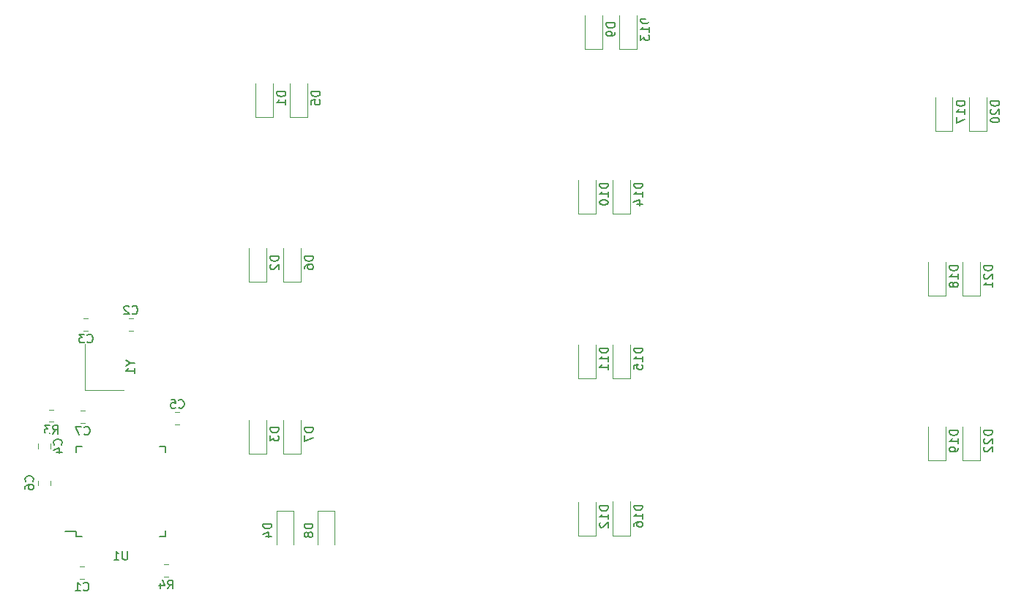
<source format=gbo>
G04 #@! TF.GenerationSoftware,KiCad,Pcbnew,(5.1.4)-1*
G04 #@! TF.CreationDate,2021-10-17T20:34:11-04:00*
G04 #@! TF.ProjectId,a44key-pcb,6134346b-6579-42d7-9063-622e6b696361,rev?*
G04 #@! TF.SameCoordinates,Original*
G04 #@! TF.FileFunction,Legend,Bot*
G04 #@! TF.FilePolarity,Positive*
%FSLAX46Y46*%
G04 Gerber Fmt 4.6, Leading zero omitted, Abs format (unit mm)*
G04 Created by KiCad (PCBNEW (5.1.4)-1) date 2021-10-17 20:34:11*
%MOMM*%
%LPD*%
G04 APERTURE LIST*
%ADD10C,0.120000*%
%ADD11C,0.150000*%
%ADD12C,0.100000*%
%ADD13C,1.077000*%
%ADD14C,1.852000*%
%ADD15C,2.352000*%
%ADD16C,4.089800*%
%ADD17C,2.352000*%
%ADD18R,1.302000X1.002000*%
%ADD19R,1.902000X2.202000*%
%ADD20R,0.652000X1.602000*%
%ADD21R,1.602000X0.652000*%
%ADD22O,1.902000X2.902000*%
%ADD23O,2.802000X1.802000*%
G04 APERTURE END LIST*
D10*
X86872578Y-103453000D02*
X86355422Y-103453000D01*
X86872578Y-102033000D02*
X86355422Y-102033000D01*
X90467922Y-130481000D02*
X90985078Y-130481000D01*
X90467922Y-131901000D02*
X90985078Y-131901000D01*
X103457500Y-124273750D02*
X103457500Y-128173750D01*
X105457500Y-124273750D02*
X105457500Y-128173750D01*
X103457500Y-124273750D02*
X105457500Y-124273750D01*
X106251250Y-117661250D02*
X106251250Y-113761250D01*
X104251250Y-117661250D02*
X104251250Y-113761250D01*
X106251250Y-117661250D02*
X104251250Y-117661250D01*
X102282500Y-117661250D02*
X102282500Y-113761250D01*
X100282500Y-117661250D02*
X100282500Y-113761250D01*
X102282500Y-117661250D02*
X100282500Y-117661250D01*
X108220000Y-124273750D02*
X108220000Y-128173750D01*
X110220000Y-124273750D02*
X110220000Y-128173750D01*
X108220000Y-124273750D02*
X110220000Y-124273750D01*
X140382500Y-127186250D02*
X140382500Y-123286250D01*
X138382500Y-127186250D02*
X138382500Y-123286250D01*
X140382500Y-127186250D02*
X138382500Y-127186250D01*
X180863750Y-118455000D02*
X180863750Y-114555000D01*
X178863750Y-118455000D02*
X178863750Y-114555000D01*
X180863750Y-118455000D02*
X178863750Y-118455000D01*
X184832500Y-118455000D02*
X184832500Y-114555000D01*
X182832500Y-118455000D02*
X182832500Y-114555000D01*
X184832500Y-118455000D02*
X182832500Y-118455000D01*
X144351250Y-127123750D02*
X144351250Y-123223750D01*
X142351250Y-127123750D02*
X142351250Y-123223750D01*
X144351250Y-127123750D02*
X142351250Y-127123750D01*
X80718922Y-130735000D02*
X81236078Y-130735000D01*
X80718922Y-132155000D02*
X81236078Y-132155000D01*
X75871000Y-117050078D02*
X75871000Y-116532922D01*
X77291000Y-117050078D02*
X77291000Y-116532922D01*
X92255078Y-114311500D02*
X91737922Y-114311500D01*
X92255078Y-112891500D02*
X91737922Y-112891500D01*
X80815922Y-112701000D02*
X81333078Y-112701000D01*
X80815922Y-114121000D02*
X81333078Y-114121000D01*
X81309000Y-110343000D02*
X81309000Y-104943000D01*
X85809000Y-110343000D02*
X81309000Y-110343000D01*
D11*
X80296000Y-126647000D02*
X79021000Y-126647000D01*
X90646000Y-127222000D02*
X89971000Y-127222000D01*
X90646000Y-116872000D02*
X89971000Y-116872000D01*
X80296000Y-116872000D02*
X80971000Y-116872000D01*
X80296000Y-127222000D02*
X80971000Y-127222000D01*
X80296000Y-116872000D02*
X80296000Y-117547000D01*
X90646000Y-116872000D02*
X90646000Y-117547000D01*
X90646000Y-127222000D02*
X90646000Y-126547000D01*
X80296000Y-127222000D02*
X80296000Y-126647000D01*
D10*
X77162922Y-112574000D02*
X77680078Y-112574000D01*
X77162922Y-113994000D02*
X77680078Y-113994000D01*
X77291000Y-120772422D02*
X77291000Y-121289578D01*
X75871000Y-120772422D02*
X75871000Y-121289578D01*
X81163422Y-102033000D02*
X81680578Y-102033000D01*
X81163422Y-103453000D02*
X81680578Y-103453000D01*
X184832500Y-99405000D02*
X184832500Y-95505000D01*
X182832500Y-99405000D02*
X182832500Y-95505000D01*
X184832500Y-99405000D02*
X182832500Y-99405000D01*
X185626250Y-80355000D02*
X185626250Y-76455000D01*
X183626250Y-80355000D02*
X183626250Y-76455000D01*
X185626250Y-80355000D02*
X183626250Y-80355000D01*
X180863750Y-99405000D02*
X180863750Y-95505000D01*
X178863750Y-99405000D02*
X178863750Y-95505000D01*
X180863750Y-99405000D02*
X178863750Y-99405000D01*
X181657500Y-80355000D02*
X181657500Y-76455000D01*
X179657500Y-80355000D02*
X179657500Y-76455000D01*
X181657500Y-80355000D02*
X179657500Y-80355000D01*
X144351250Y-108930000D02*
X144351250Y-105030000D01*
X142351250Y-108930000D02*
X142351250Y-105030000D01*
X144351250Y-108930000D02*
X142351250Y-108930000D01*
X144351250Y-89880000D02*
X144351250Y-85980000D01*
X142351250Y-89880000D02*
X142351250Y-85980000D01*
X144351250Y-89880000D02*
X142351250Y-89880000D01*
X145145000Y-70830000D02*
X145145000Y-66930000D01*
X143145000Y-70830000D02*
X143145000Y-66930000D01*
X145145000Y-70830000D02*
X143145000Y-70830000D01*
X140382500Y-108930000D02*
X140382500Y-105030000D01*
X138382500Y-108930000D02*
X138382500Y-105030000D01*
X140382500Y-108930000D02*
X138382500Y-108930000D01*
X140382500Y-89880000D02*
X140382500Y-85980000D01*
X138382500Y-89880000D02*
X138382500Y-85980000D01*
X140382500Y-89880000D02*
X138382500Y-89880000D01*
X141176250Y-70830000D02*
X141176250Y-66930000D01*
X139176250Y-70830000D02*
X139176250Y-66930000D01*
X141176250Y-70830000D02*
X139176250Y-70830000D01*
X106251250Y-97817500D02*
X106251250Y-93917500D01*
X104251250Y-97817500D02*
X104251250Y-93917500D01*
X106251250Y-97817500D02*
X104251250Y-97817500D01*
X107045000Y-78767500D02*
X107045000Y-74867500D01*
X105045000Y-78767500D02*
X105045000Y-74867500D01*
X107045000Y-78767500D02*
X105045000Y-78767500D01*
X102282500Y-97817500D02*
X102282500Y-93917500D01*
X100282500Y-97817500D02*
X100282500Y-93917500D01*
X102282500Y-97817500D02*
X100282500Y-97817500D01*
X103076250Y-78767500D02*
X103076250Y-74867500D01*
X101076250Y-78767500D02*
X101076250Y-74867500D01*
X103076250Y-78767500D02*
X101076250Y-78767500D01*
D11*
X86780666Y-101450142D02*
X86828285Y-101497761D01*
X86971142Y-101545380D01*
X87066380Y-101545380D01*
X87209238Y-101497761D01*
X87304476Y-101402523D01*
X87352095Y-101307285D01*
X87399714Y-101116809D01*
X87399714Y-100973952D01*
X87352095Y-100783476D01*
X87304476Y-100688238D01*
X87209238Y-100593000D01*
X87066380Y-100545380D01*
X86971142Y-100545380D01*
X86828285Y-100593000D01*
X86780666Y-100640619D01*
X86399714Y-100640619D02*
X86352095Y-100593000D01*
X86256857Y-100545380D01*
X86018761Y-100545380D01*
X85923523Y-100593000D01*
X85875904Y-100640619D01*
X85828285Y-100735857D01*
X85828285Y-100831095D01*
X85875904Y-100973952D01*
X86447333Y-101545380D01*
X85828285Y-101545380D01*
X90893166Y-133293380D02*
X91226500Y-132817190D01*
X91464595Y-133293380D02*
X91464595Y-132293380D01*
X91083642Y-132293380D01*
X90988404Y-132341000D01*
X90940785Y-132388619D01*
X90893166Y-132483857D01*
X90893166Y-132626714D01*
X90940785Y-132721952D01*
X90988404Y-132769571D01*
X91083642Y-132817190D01*
X91464595Y-132817190D01*
X90036023Y-132626714D02*
X90036023Y-133293380D01*
X90274119Y-132245761D02*
X90512214Y-132960047D01*
X89893166Y-132960047D01*
X102909880Y-125785654D02*
X101909880Y-125785654D01*
X101909880Y-126023750D01*
X101957500Y-126166607D01*
X102052738Y-126261845D01*
X102147976Y-126309464D01*
X102338452Y-126357083D01*
X102481309Y-126357083D01*
X102671785Y-126309464D01*
X102767023Y-126261845D01*
X102862261Y-126166607D01*
X102909880Y-126023750D01*
X102909880Y-125785654D01*
X102243214Y-127214226D02*
X102909880Y-127214226D01*
X101862261Y-126976130D02*
X102576547Y-126738035D01*
X102576547Y-127357083D01*
X107703630Y-114673154D02*
X106703630Y-114673154D01*
X106703630Y-114911250D01*
X106751250Y-115054107D01*
X106846488Y-115149345D01*
X106941726Y-115196964D01*
X107132202Y-115244583D01*
X107275059Y-115244583D01*
X107465535Y-115196964D01*
X107560773Y-115149345D01*
X107656011Y-115054107D01*
X107703630Y-114911250D01*
X107703630Y-114673154D01*
X106703630Y-115577916D02*
X106703630Y-116244583D01*
X107703630Y-115816011D01*
X103734880Y-114673154D02*
X102734880Y-114673154D01*
X102734880Y-114911250D01*
X102782500Y-115054107D01*
X102877738Y-115149345D01*
X102972976Y-115196964D01*
X103163452Y-115244583D01*
X103306309Y-115244583D01*
X103496785Y-115196964D01*
X103592023Y-115149345D01*
X103687261Y-115054107D01*
X103734880Y-114911250D01*
X103734880Y-114673154D01*
X102734880Y-115577916D02*
X102734880Y-116196964D01*
X103115833Y-115863630D01*
X103115833Y-116006488D01*
X103163452Y-116101726D01*
X103211071Y-116149345D01*
X103306309Y-116196964D01*
X103544404Y-116196964D01*
X103639642Y-116149345D01*
X103687261Y-116101726D01*
X103734880Y-116006488D01*
X103734880Y-115720773D01*
X103687261Y-115625535D01*
X103639642Y-115577916D01*
X107672380Y-125785654D02*
X106672380Y-125785654D01*
X106672380Y-126023750D01*
X106720000Y-126166607D01*
X106815238Y-126261845D01*
X106910476Y-126309464D01*
X107100952Y-126357083D01*
X107243809Y-126357083D01*
X107434285Y-126309464D01*
X107529523Y-126261845D01*
X107624761Y-126166607D01*
X107672380Y-126023750D01*
X107672380Y-125785654D01*
X107100952Y-126928511D02*
X107053333Y-126833273D01*
X107005714Y-126785654D01*
X106910476Y-126738035D01*
X106862857Y-126738035D01*
X106767619Y-126785654D01*
X106720000Y-126833273D01*
X106672380Y-126928511D01*
X106672380Y-127118988D01*
X106720000Y-127214226D01*
X106767619Y-127261845D01*
X106862857Y-127309464D01*
X106910476Y-127309464D01*
X107005714Y-127261845D01*
X107053333Y-127214226D01*
X107100952Y-127118988D01*
X107100952Y-126928511D01*
X107148571Y-126833273D01*
X107196190Y-126785654D01*
X107291428Y-126738035D01*
X107481904Y-126738035D01*
X107577142Y-126785654D01*
X107624761Y-126833273D01*
X107672380Y-126928511D01*
X107672380Y-127118988D01*
X107624761Y-127214226D01*
X107577142Y-127261845D01*
X107481904Y-127309464D01*
X107291428Y-127309464D01*
X107196190Y-127261845D01*
X107148571Y-127214226D01*
X107100952Y-127118988D01*
X141834880Y-123721964D02*
X140834880Y-123721964D01*
X140834880Y-123960059D01*
X140882500Y-124102916D01*
X140977738Y-124198154D01*
X141072976Y-124245773D01*
X141263452Y-124293392D01*
X141406309Y-124293392D01*
X141596785Y-124245773D01*
X141692023Y-124198154D01*
X141787261Y-124102916D01*
X141834880Y-123960059D01*
X141834880Y-123721964D01*
X141834880Y-125245773D02*
X141834880Y-124674345D01*
X141834880Y-124960059D02*
X140834880Y-124960059D01*
X140977738Y-124864821D01*
X141072976Y-124769583D01*
X141120595Y-124674345D01*
X140930119Y-125626726D02*
X140882500Y-125674345D01*
X140834880Y-125769583D01*
X140834880Y-126007678D01*
X140882500Y-126102916D01*
X140930119Y-126150535D01*
X141025357Y-126198154D01*
X141120595Y-126198154D01*
X141263452Y-126150535D01*
X141834880Y-125579107D01*
X141834880Y-126198154D01*
X182316130Y-114990714D02*
X181316130Y-114990714D01*
X181316130Y-115228809D01*
X181363750Y-115371666D01*
X181458988Y-115466904D01*
X181554226Y-115514523D01*
X181744702Y-115562142D01*
X181887559Y-115562142D01*
X182078035Y-115514523D01*
X182173273Y-115466904D01*
X182268511Y-115371666D01*
X182316130Y-115228809D01*
X182316130Y-114990714D01*
X182316130Y-116514523D02*
X182316130Y-115943095D01*
X182316130Y-116228809D02*
X181316130Y-116228809D01*
X181458988Y-116133571D01*
X181554226Y-116038333D01*
X181601845Y-115943095D01*
X182316130Y-116990714D02*
X182316130Y-117181190D01*
X182268511Y-117276428D01*
X182220892Y-117324047D01*
X182078035Y-117419285D01*
X181887559Y-117466904D01*
X181506607Y-117466904D01*
X181411369Y-117419285D01*
X181363750Y-117371666D01*
X181316130Y-117276428D01*
X181316130Y-117085952D01*
X181363750Y-116990714D01*
X181411369Y-116943095D01*
X181506607Y-116895476D01*
X181744702Y-116895476D01*
X181839940Y-116943095D01*
X181887559Y-116990714D01*
X181935178Y-117085952D01*
X181935178Y-117276428D01*
X181887559Y-117371666D01*
X181839940Y-117419285D01*
X181744702Y-117466904D01*
X186284880Y-114990714D02*
X185284880Y-114990714D01*
X185284880Y-115228809D01*
X185332500Y-115371666D01*
X185427738Y-115466904D01*
X185522976Y-115514523D01*
X185713452Y-115562142D01*
X185856309Y-115562142D01*
X186046785Y-115514523D01*
X186142023Y-115466904D01*
X186237261Y-115371666D01*
X186284880Y-115228809D01*
X186284880Y-114990714D01*
X185380119Y-115943095D02*
X185332500Y-115990714D01*
X185284880Y-116085952D01*
X185284880Y-116324047D01*
X185332500Y-116419285D01*
X185380119Y-116466904D01*
X185475357Y-116514523D01*
X185570595Y-116514523D01*
X185713452Y-116466904D01*
X186284880Y-115895476D01*
X186284880Y-116514523D01*
X185380119Y-116895476D02*
X185332500Y-116943095D01*
X185284880Y-117038333D01*
X185284880Y-117276428D01*
X185332500Y-117371666D01*
X185380119Y-117419285D01*
X185475357Y-117466904D01*
X185570595Y-117466904D01*
X185713452Y-117419285D01*
X186284880Y-116847857D01*
X186284880Y-117466904D01*
X145803630Y-123659464D02*
X144803630Y-123659464D01*
X144803630Y-123897559D01*
X144851250Y-124040416D01*
X144946488Y-124135654D01*
X145041726Y-124183273D01*
X145232202Y-124230892D01*
X145375059Y-124230892D01*
X145565535Y-124183273D01*
X145660773Y-124135654D01*
X145756011Y-124040416D01*
X145803630Y-123897559D01*
X145803630Y-123659464D01*
X145803630Y-125183273D02*
X145803630Y-124611845D01*
X145803630Y-124897559D02*
X144803630Y-124897559D01*
X144946488Y-124802321D01*
X145041726Y-124707083D01*
X145089345Y-124611845D01*
X144803630Y-126040416D02*
X144803630Y-125849940D01*
X144851250Y-125754702D01*
X144898869Y-125707083D01*
X145041726Y-125611845D01*
X145232202Y-125564226D01*
X145613154Y-125564226D01*
X145708392Y-125611845D01*
X145756011Y-125659464D01*
X145803630Y-125754702D01*
X145803630Y-125945178D01*
X145756011Y-126040416D01*
X145708392Y-126088035D01*
X145613154Y-126135654D01*
X145375059Y-126135654D01*
X145279821Y-126088035D01*
X145232202Y-126040416D01*
X145184583Y-125945178D01*
X145184583Y-125754702D01*
X145232202Y-125659464D01*
X145279821Y-125611845D01*
X145375059Y-125564226D01*
X81144166Y-133452142D02*
X81191785Y-133499761D01*
X81334642Y-133547380D01*
X81429880Y-133547380D01*
X81572738Y-133499761D01*
X81667976Y-133404523D01*
X81715595Y-133309285D01*
X81763214Y-133118809D01*
X81763214Y-132975952D01*
X81715595Y-132785476D01*
X81667976Y-132690238D01*
X81572738Y-132595000D01*
X81429880Y-132547380D01*
X81334642Y-132547380D01*
X81191785Y-132595000D01*
X81144166Y-132642619D01*
X80191785Y-133547380D02*
X80763214Y-133547380D01*
X80477500Y-133547380D02*
X80477500Y-132547380D01*
X80572738Y-132690238D01*
X80667976Y-132785476D01*
X80763214Y-132833095D01*
X78588142Y-116624833D02*
X78635761Y-116577214D01*
X78683380Y-116434357D01*
X78683380Y-116339119D01*
X78635761Y-116196261D01*
X78540523Y-116101023D01*
X78445285Y-116053404D01*
X78254809Y-116005785D01*
X78111952Y-116005785D01*
X77921476Y-116053404D01*
X77826238Y-116101023D01*
X77731000Y-116196261D01*
X77683380Y-116339119D01*
X77683380Y-116434357D01*
X77731000Y-116577214D01*
X77778619Y-116624833D01*
X78016714Y-117481976D02*
X78683380Y-117481976D01*
X77635761Y-117243880D02*
X78350047Y-117005785D01*
X78350047Y-117624833D01*
X92163166Y-112308642D02*
X92210785Y-112356261D01*
X92353642Y-112403880D01*
X92448880Y-112403880D01*
X92591738Y-112356261D01*
X92686976Y-112261023D01*
X92734595Y-112165785D01*
X92782214Y-111975309D01*
X92782214Y-111832452D01*
X92734595Y-111641976D01*
X92686976Y-111546738D01*
X92591738Y-111451500D01*
X92448880Y-111403880D01*
X92353642Y-111403880D01*
X92210785Y-111451500D01*
X92163166Y-111499119D01*
X91258404Y-111403880D02*
X91734595Y-111403880D01*
X91782214Y-111880071D01*
X91734595Y-111832452D01*
X91639357Y-111784833D01*
X91401261Y-111784833D01*
X91306023Y-111832452D01*
X91258404Y-111880071D01*
X91210785Y-111975309D01*
X91210785Y-112213404D01*
X91258404Y-112308642D01*
X91306023Y-112356261D01*
X91401261Y-112403880D01*
X91639357Y-112403880D01*
X91734595Y-112356261D01*
X91782214Y-112308642D01*
X81241166Y-115418142D02*
X81288785Y-115465761D01*
X81431642Y-115513380D01*
X81526880Y-115513380D01*
X81669738Y-115465761D01*
X81764976Y-115370523D01*
X81812595Y-115275285D01*
X81860214Y-115084809D01*
X81860214Y-114941952D01*
X81812595Y-114751476D01*
X81764976Y-114656238D01*
X81669738Y-114561000D01*
X81526880Y-114513380D01*
X81431642Y-114513380D01*
X81288785Y-114561000D01*
X81241166Y-114608619D01*
X80907833Y-114513380D02*
X80241166Y-114513380D01*
X80669738Y-115513380D01*
X86585190Y-107166809D02*
X87061380Y-107166809D01*
X86061380Y-106833476D02*
X86585190Y-107166809D01*
X86061380Y-107500142D01*
X87061380Y-108357285D02*
X87061380Y-107785857D01*
X87061380Y-108071571D02*
X86061380Y-108071571D01*
X86204238Y-107976333D01*
X86299476Y-107881095D01*
X86347095Y-107785857D01*
X86232904Y-128949380D02*
X86232904Y-129758904D01*
X86185285Y-129854142D01*
X86137666Y-129901761D01*
X86042428Y-129949380D01*
X85851952Y-129949380D01*
X85756714Y-129901761D01*
X85709095Y-129854142D01*
X85661476Y-129758904D01*
X85661476Y-128949380D01*
X84661476Y-129949380D02*
X85232904Y-129949380D01*
X84947190Y-129949380D02*
X84947190Y-128949380D01*
X85042428Y-129092238D01*
X85137666Y-129187476D01*
X85232904Y-129235095D01*
X77588166Y-115386380D02*
X77921500Y-114910190D01*
X78159595Y-115386380D02*
X78159595Y-114386380D01*
X77778642Y-114386380D01*
X77683404Y-114434000D01*
X77635785Y-114481619D01*
X77588166Y-114576857D01*
X77588166Y-114719714D01*
X77635785Y-114814952D01*
X77683404Y-114862571D01*
X77778642Y-114910190D01*
X78159595Y-114910190D01*
X77254833Y-114386380D02*
X76635785Y-114386380D01*
X76969119Y-114767333D01*
X76826261Y-114767333D01*
X76731023Y-114814952D01*
X76683404Y-114862571D01*
X76635785Y-114957809D01*
X76635785Y-115195904D01*
X76683404Y-115291142D01*
X76731023Y-115338761D01*
X76826261Y-115386380D01*
X77111976Y-115386380D01*
X77207214Y-115338761D01*
X77254833Y-115291142D01*
X75288142Y-120864333D02*
X75335761Y-120816714D01*
X75383380Y-120673857D01*
X75383380Y-120578619D01*
X75335761Y-120435761D01*
X75240523Y-120340523D01*
X75145285Y-120292904D01*
X74954809Y-120245285D01*
X74811952Y-120245285D01*
X74621476Y-120292904D01*
X74526238Y-120340523D01*
X74431000Y-120435761D01*
X74383380Y-120578619D01*
X74383380Y-120673857D01*
X74431000Y-120816714D01*
X74478619Y-120864333D01*
X74383380Y-121721476D02*
X74383380Y-121531000D01*
X74431000Y-121435761D01*
X74478619Y-121388142D01*
X74621476Y-121292904D01*
X74811952Y-121245285D01*
X75192904Y-121245285D01*
X75288142Y-121292904D01*
X75335761Y-121340523D01*
X75383380Y-121435761D01*
X75383380Y-121626238D01*
X75335761Y-121721476D01*
X75288142Y-121769095D01*
X75192904Y-121816714D01*
X74954809Y-121816714D01*
X74859571Y-121769095D01*
X74811952Y-121721476D01*
X74764333Y-121626238D01*
X74764333Y-121435761D01*
X74811952Y-121340523D01*
X74859571Y-121292904D01*
X74954809Y-121245285D01*
X81588666Y-104750142D02*
X81636285Y-104797761D01*
X81779142Y-104845380D01*
X81874380Y-104845380D01*
X82017238Y-104797761D01*
X82112476Y-104702523D01*
X82160095Y-104607285D01*
X82207714Y-104416809D01*
X82207714Y-104273952D01*
X82160095Y-104083476D01*
X82112476Y-103988238D01*
X82017238Y-103893000D01*
X81874380Y-103845380D01*
X81779142Y-103845380D01*
X81636285Y-103893000D01*
X81588666Y-103940619D01*
X81255333Y-103845380D02*
X80636285Y-103845380D01*
X80969619Y-104226333D01*
X80826761Y-104226333D01*
X80731523Y-104273952D01*
X80683904Y-104321571D01*
X80636285Y-104416809D01*
X80636285Y-104654904D01*
X80683904Y-104750142D01*
X80731523Y-104797761D01*
X80826761Y-104845380D01*
X81112476Y-104845380D01*
X81207714Y-104797761D01*
X81255333Y-104750142D01*
X186284880Y-95940714D02*
X185284880Y-95940714D01*
X185284880Y-96178809D01*
X185332500Y-96321666D01*
X185427738Y-96416904D01*
X185522976Y-96464523D01*
X185713452Y-96512142D01*
X185856309Y-96512142D01*
X186046785Y-96464523D01*
X186142023Y-96416904D01*
X186237261Y-96321666D01*
X186284880Y-96178809D01*
X186284880Y-95940714D01*
X185380119Y-96893095D02*
X185332500Y-96940714D01*
X185284880Y-97035952D01*
X185284880Y-97274047D01*
X185332500Y-97369285D01*
X185380119Y-97416904D01*
X185475357Y-97464523D01*
X185570595Y-97464523D01*
X185713452Y-97416904D01*
X186284880Y-96845476D01*
X186284880Y-97464523D01*
X186284880Y-98416904D02*
X186284880Y-97845476D01*
X186284880Y-98131190D02*
X185284880Y-98131190D01*
X185427738Y-98035952D01*
X185522976Y-97940714D01*
X185570595Y-97845476D01*
X187078630Y-76890714D02*
X186078630Y-76890714D01*
X186078630Y-77128809D01*
X186126250Y-77271666D01*
X186221488Y-77366904D01*
X186316726Y-77414523D01*
X186507202Y-77462142D01*
X186650059Y-77462142D01*
X186840535Y-77414523D01*
X186935773Y-77366904D01*
X187031011Y-77271666D01*
X187078630Y-77128809D01*
X187078630Y-76890714D01*
X186173869Y-77843095D02*
X186126250Y-77890714D01*
X186078630Y-77985952D01*
X186078630Y-78224047D01*
X186126250Y-78319285D01*
X186173869Y-78366904D01*
X186269107Y-78414523D01*
X186364345Y-78414523D01*
X186507202Y-78366904D01*
X187078630Y-77795476D01*
X187078630Y-78414523D01*
X186078630Y-79033571D02*
X186078630Y-79128809D01*
X186126250Y-79224047D01*
X186173869Y-79271666D01*
X186269107Y-79319285D01*
X186459583Y-79366904D01*
X186697678Y-79366904D01*
X186888154Y-79319285D01*
X186983392Y-79271666D01*
X187031011Y-79224047D01*
X187078630Y-79128809D01*
X187078630Y-79033571D01*
X187031011Y-78938333D01*
X186983392Y-78890714D01*
X186888154Y-78843095D01*
X186697678Y-78795476D01*
X186459583Y-78795476D01*
X186269107Y-78843095D01*
X186173869Y-78890714D01*
X186126250Y-78938333D01*
X186078630Y-79033571D01*
X182316130Y-95940714D02*
X181316130Y-95940714D01*
X181316130Y-96178809D01*
X181363750Y-96321666D01*
X181458988Y-96416904D01*
X181554226Y-96464523D01*
X181744702Y-96512142D01*
X181887559Y-96512142D01*
X182078035Y-96464523D01*
X182173273Y-96416904D01*
X182268511Y-96321666D01*
X182316130Y-96178809D01*
X182316130Y-95940714D01*
X182316130Y-97464523D02*
X182316130Y-96893095D01*
X182316130Y-97178809D02*
X181316130Y-97178809D01*
X181458988Y-97083571D01*
X181554226Y-96988333D01*
X181601845Y-96893095D01*
X181744702Y-98035952D02*
X181697083Y-97940714D01*
X181649464Y-97893095D01*
X181554226Y-97845476D01*
X181506607Y-97845476D01*
X181411369Y-97893095D01*
X181363750Y-97940714D01*
X181316130Y-98035952D01*
X181316130Y-98226428D01*
X181363750Y-98321666D01*
X181411369Y-98369285D01*
X181506607Y-98416904D01*
X181554226Y-98416904D01*
X181649464Y-98369285D01*
X181697083Y-98321666D01*
X181744702Y-98226428D01*
X181744702Y-98035952D01*
X181792321Y-97940714D01*
X181839940Y-97893095D01*
X181935178Y-97845476D01*
X182125654Y-97845476D01*
X182220892Y-97893095D01*
X182268511Y-97940714D01*
X182316130Y-98035952D01*
X182316130Y-98226428D01*
X182268511Y-98321666D01*
X182220892Y-98369285D01*
X182125654Y-98416904D01*
X181935178Y-98416904D01*
X181839940Y-98369285D01*
X181792321Y-98321666D01*
X181744702Y-98226428D01*
X183109880Y-76890714D02*
X182109880Y-76890714D01*
X182109880Y-77128809D01*
X182157500Y-77271666D01*
X182252738Y-77366904D01*
X182347976Y-77414523D01*
X182538452Y-77462142D01*
X182681309Y-77462142D01*
X182871785Y-77414523D01*
X182967023Y-77366904D01*
X183062261Y-77271666D01*
X183109880Y-77128809D01*
X183109880Y-76890714D01*
X183109880Y-78414523D02*
X183109880Y-77843095D01*
X183109880Y-78128809D02*
X182109880Y-78128809D01*
X182252738Y-78033571D01*
X182347976Y-77938333D01*
X182395595Y-77843095D01*
X182109880Y-78747857D02*
X182109880Y-79414523D01*
X183109880Y-78985952D01*
X145803630Y-105465714D02*
X144803630Y-105465714D01*
X144803630Y-105703809D01*
X144851250Y-105846666D01*
X144946488Y-105941904D01*
X145041726Y-105989523D01*
X145232202Y-106037142D01*
X145375059Y-106037142D01*
X145565535Y-105989523D01*
X145660773Y-105941904D01*
X145756011Y-105846666D01*
X145803630Y-105703809D01*
X145803630Y-105465714D01*
X145803630Y-106989523D02*
X145803630Y-106418095D01*
X145803630Y-106703809D02*
X144803630Y-106703809D01*
X144946488Y-106608571D01*
X145041726Y-106513333D01*
X145089345Y-106418095D01*
X144803630Y-107894285D02*
X144803630Y-107418095D01*
X145279821Y-107370476D01*
X145232202Y-107418095D01*
X145184583Y-107513333D01*
X145184583Y-107751428D01*
X145232202Y-107846666D01*
X145279821Y-107894285D01*
X145375059Y-107941904D01*
X145613154Y-107941904D01*
X145708392Y-107894285D01*
X145756011Y-107846666D01*
X145803630Y-107751428D01*
X145803630Y-107513333D01*
X145756011Y-107418095D01*
X145708392Y-107370476D01*
X145803630Y-86415714D02*
X144803630Y-86415714D01*
X144803630Y-86653809D01*
X144851250Y-86796666D01*
X144946488Y-86891904D01*
X145041726Y-86939523D01*
X145232202Y-86987142D01*
X145375059Y-86987142D01*
X145565535Y-86939523D01*
X145660773Y-86891904D01*
X145756011Y-86796666D01*
X145803630Y-86653809D01*
X145803630Y-86415714D01*
X145803630Y-87939523D02*
X145803630Y-87368095D01*
X145803630Y-87653809D02*
X144803630Y-87653809D01*
X144946488Y-87558571D01*
X145041726Y-87463333D01*
X145089345Y-87368095D01*
X145136964Y-88796666D02*
X145803630Y-88796666D01*
X144756011Y-88558571D02*
X145470297Y-88320476D01*
X145470297Y-88939523D01*
X146597380Y-67365714D02*
X145597380Y-67365714D01*
X145597380Y-67603809D01*
X145645000Y-67746666D01*
X145740238Y-67841904D01*
X145835476Y-67889523D01*
X146025952Y-67937142D01*
X146168809Y-67937142D01*
X146359285Y-67889523D01*
X146454523Y-67841904D01*
X146549761Y-67746666D01*
X146597380Y-67603809D01*
X146597380Y-67365714D01*
X146597380Y-68889523D02*
X146597380Y-68318095D01*
X146597380Y-68603809D02*
X145597380Y-68603809D01*
X145740238Y-68508571D01*
X145835476Y-68413333D01*
X145883095Y-68318095D01*
X145597380Y-69222857D02*
X145597380Y-69841904D01*
X145978333Y-69508571D01*
X145978333Y-69651428D01*
X146025952Y-69746666D01*
X146073571Y-69794285D01*
X146168809Y-69841904D01*
X146406904Y-69841904D01*
X146502142Y-69794285D01*
X146549761Y-69746666D01*
X146597380Y-69651428D01*
X146597380Y-69365714D01*
X146549761Y-69270476D01*
X146502142Y-69222857D01*
X141834880Y-105465714D02*
X140834880Y-105465714D01*
X140834880Y-105703809D01*
X140882500Y-105846666D01*
X140977738Y-105941904D01*
X141072976Y-105989523D01*
X141263452Y-106037142D01*
X141406309Y-106037142D01*
X141596785Y-105989523D01*
X141692023Y-105941904D01*
X141787261Y-105846666D01*
X141834880Y-105703809D01*
X141834880Y-105465714D01*
X141834880Y-106989523D02*
X141834880Y-106418095D01*
X141834880Y-106703809D02*
X140834880Y-106703809D01*
X140977738Y-106608571D01*
X141072976Y-106513333D01*
X141120595Y-106418095D01*
X141834880Y-107941904D02*
X141834880Y-107370476D01*
X141834880Y-107656190D02*
X140834880Y-107656190D01*
X140977738Y-107560952D01*
X141072976Y-107465714D01*
X141120595Y-107370476D01*
X141834880Y-86415714D02*
X140834880Y-86415714D01*
X140834880Y-86653809D01*
X140882500Y-86796666D01*
X140977738Y-86891904D01*
X141072976Y-86939523D01*
X141263452Y-86987142D01*
X141406309Y-86987142D01*
X141596785Y-86939523D01*
X141692023Y-86891904D01*
X141787261Y-86796666D01*
X141834880Y-86653809D01*
X141834880Y-86415714D01*
X141834880Y-87939523D02*
X141834880Y-87368095D01*
X141834880Y-87653809D02*
X140834880Y-87653809D01*
X140977738Y-87558571D01*
X141072976Y-87463333D01*
X141120595Y-87368095D01*
X140834880Y-88558571D02*
X140834880Y-88653809D01*
X140882500Y-88749047D01*
X140930119Y-88796666D01*
X141025357Y-88844285D01*
X141215833Y-88891904D01*
X141453928Y-88891904D01*
X141644404Y-88844285D01*
X141739642Y-88796666D01*
X141787261Y-88749047D01*
X141834880Y-88653809D01*
X141834880Y-88558571D01*
X141787261Y-88463333D01*
X141739642Y-88415714D01*
X141644404Y-88368095D01*
X141453928Y-88320476D01*
X141215833Y-88320476D01*
X141025357Y-88368095D01*
X140930119Y-88415714D01*
X140882500Y-88463333D01*
X140834880Y-88558571D01*
X142628630Y-67841904D02*
X141628630Y-67841904D01*
X141628630Y-68080000D01*
X141676250Y-68222857D01*
X141771488Y-68318095D01*
X141866726Y-68365714D01*
X142057202Y-68413333D01*
X142200059Y-68413333D01*
X142390535Y-68365714D01*
X142485773Y-68318095D01*
X142581011Y-68222857D01*
X142628630Y-68080000D01*
X142628630Y-67841904D01*
X142628630Y-68889523D02*
X142628630Y-69080000D01*
X142581011Y-69175238D01*
X142533392Y-69222857D01*
X142390535Y-69318095D01*
X142200059Y-69365714D01*
X141819107Y-69365714D01*
X141723869Y-69318095D01*
X141676250Y-69270476D01*
X141628630Y-69175238D01*
X141628630Y-68984761D01*
X141676250Y-68889523D01*
X141723869Y-68841904D01*
X141819107Y-68794285D01*
X142057202Y-68794285D01*
X142152440Y-68841904D01*
X142200059Y-68889523D01*
X142247678Y-68984761D01*
X142247678Y-69175238D01*
X142200059Y-69270476D01*
X142152440Y-69318095D01*
X142057202Y-69365714D01*
X107703630Y-94829404D02*
X106703630Y-94829404D01*
X106703630Y-95067500D01*
X106751250Y-95210357D01*
X106846488Y-95305595D01*
X106941726Y-95353214D01*
X107132202Y-95400833D01*
X107275059Y-95400833D01*
X107465535Y-95353214D01*
X107560773Y-95305595D01*
X107656011Y-95210357D01*
X107703630Y-95067500D01*
X107703630Y-94829404D01*
X106703630Y-96257976D02*
X106703630Y-96067500D01*
X106751250Y-95972261D01*
X106798869Y-95924642D01*
X106941726Y-95829404D01*
X107132202Y-95781785D01*
X107513154Y-95781785D01*
X107608392Y-95829404D01*
X107656011Y-95877023D01*
X107703630Y-95972261D01*
X107703630Y-96162738D01*
X107656011Y-96257976D01*
X107608392Y-96305595D01*
X107513154Y-96353214D01*
X107275059Y-96353214D01*
X107179821Y-96305595D01*
X107132202Y-96257976D01*
X107084583Y-96162738D01*
X107084583Y-95972261D01*
X107132202Y-95877023D01*
X107179821Y-95829404D01*
X107275059Y-95781785D01*
X108497380Y-75779404D02*
X107497380Y-75779404D01*
X107497380Y-76017500D01*
X107545000Y-76160357D01*
X107640238Y-76255595D01*
X107735476Y-76303214D01*
X107925952Y-76350833D01*
X108068809Y-76350833D01*
X108259285Y-76303214D01*
X108354523Y-76255595D01*
X108449761Y-76160357D01*
X108497380Y-76017500D01*
X108497380Y-75779404D01*
X107497380Y-77255595D02*
X107497380Y-76779404D01*
X107973571Y-76731785D01*
X107925952Y-76779404D01*
X107878333Y-76874642D01*
X107878333Y-77112738D01*
X107925952Y-77207976D01*
X107973571Y-77255595D01*
X108068809Y-77303214D01*
X108306904Y-77303214D01*
X108402142Y-77255595D01*
X108449761Y-77207976D01*
X108497380Y-77112738D01*
X108497380Y-76874642D01*
X108449761Y-76779404D01*
X108402142Y-76731785D01*
X103734880Y-94829404D02*
X102734880Y-94829404D01*
X102734880Y-95067500D01*
X102782500Y-95210357D01*
X102877738Y-95305595D01*
X102972976Y-95353214D01*
X103163452Y-95400833D01*
X103306309Y-95400833D01*
X103496785Y-95353214D01*
X103592023Y-95305595D01*
X103687261Y-95210357D01*
X103734880Y-95067500D01*
X103734880Y-94829404D01*
X102830119Y-95781785D02*
X102782500Y-95829404D01*
X102734880Y-95924642D01*
X102734880Y-96162738D01*
X102782500Y-96257976D01*
X102830119Y-96305595D01*
X102925357Y-96353214D01*
X103020595Y-96353214D01*
X103163452Y-96305595D01*
X103734880Y-95734166D01*
X103734880Y-96353214D01*
X104528630Y-75779404D02*
X103528630Y-75779404D01*
X103528630Y-76017500D01*
X103576250Y-76160357D01*
X103671488Y-76255595D01*
X103766726Y-76303214D01*
X103957202Y-76350833D01*
X104100059Y-76350833D01*
X104290535Y-76303214D01*
X104385773Y-76255595D01*
X104481011Y-76160357D01*
X104528630Y-76017500D01*
X104528630Y-75779404D01*
X104528630Y-77303214D02*
X104528630Y-76731785D01*
X104528630Y-77017500D02*
X103528630Y-77017500D01*
X103671488Y-76922261D01*
X103766726Y-76827023D01*
X103814345Y-76731785D01*
%LPC*%
D12*
G36*
X85972141Y-101993297D02*
G01*
X85998278Y-101997174D01*
X86023909Y-102003594D01*
X86048788Y-102012495D01*
X86072674Y-102023793D01*
X86095337Y-102037377D01*
X86116560Y-102053117D01*
X86136139Y-102070861D01*
X86153883Y-102090440D01*
X86169623Y-102111663D01*
X86183207Y-102134326D01*
X86194505Y-102158212D01*
X86203406Y-102183091D01*
X86209826Y-102208722D01*
X86213703Y-102234859D01*
X86215000Y-102261250D01*
X86215000Y-103224750D01*
X86213703Y-103251141D01*
X86209826Y-103277278D01*
X86203406Y-103302909D01*
X86194505Y-103327788D01*
X86183207Y-103351674D01*
X86169623Y-103374337D01*
X86153883Y-103395560D01*
X86136139Y-103415139D01*
X86116560Y-103432883D01*
X86095337Y-103448623D01*
X86072674Y-103462207D01*
X86048788Y-103473505D01*
X86023909Y-103482406D01*
X85998278Y-103488826D01*
X85972141Y-103492703D01*
X85945750Y-103494000D01*
X85407250Y-103494000D01*
X85380859Y-103492703D01*
X85354722Y-103488826D01*
X85329091Y-103482406D01*
X85304212Y-103473505D01*
X85280326Y-103462207D01*
X85257663Y-103448623D01*
X85236440Y-103432883D01*
X85216861Y-103415139D01*
X85199117Y-103395560D01*
X85183377Y-103374337D01*
X85169793Y-103351674D01*
X85158495Y-103327788D01*
X85149594Y-103302909D01*
X85143174Y-103277278D01*
X85139297Y-103251141D01*
X85138000Y-103224750D01*
X85138000Y-102261250D01*
X85139297Y-102234859D01*
X85143174Y-102208722D01*
X85149594Y-102183091D01*
X85158495Y-102158212D01*
X85169793Y-102134326D01*
X85183377Y-102111663D01*
X85199117Y-102090440D01*
X85216861Y-102070861D01*
X85236440Y-102053117D01*
X85257663Y-102037377D01*
X85280326Y-102023793D01*
X85304212Y-102012495D01*
X85329091Y-102003594D01*
X85354722Y-101997174D01*
X85380859Y-101993297D01*
X85407250Y-101992000D01*
X85945750Y-101992000D01*
X85972141Y-101993297D01*
X85972141Y-101993297D01*
G37*
D13*
X85676500Y-102743000D03*
D12*
G36*
X87847141Y-101993297D02*
G01*
X87873278Y-101997174D01*
X87898909Y-102003594D01*
X87923788Y-102012495D01*
X87947674Y-102023793D01*
X87970337Y-102037377D01*
X87991560Y-102053117D01*
X88011139Y-102070861D01*
X88028883Y-102090440D01*
X88044623Y-102111663D01*
X88058207Y-102134326D01*
X88069505Y-102158212D01*
X88078406Y-102183091D01*
X88084826Y-102208722D01*
X88088703Y-102234859D01*
X88090000Y-102261250D01*
X88090000Y-103224750D01*
X88088703Y-103251141D01*
X88084826Y-103277278D01*
X88078406Y-103302909D01*
X88069505Y-103327788D01*
X88058207Y-103351674D01*
X88044623Y-103374337D01*
X88028883Y-103395560D01*
X88011139Y-103415139D01*
X87991560Y-103432883D01*
X87970337Y-103448623D01*
X87947674Y-103462207D01*
X87923788Y-103473505D01*
X87898909Y-103482406D01*
X87873278Y-103488826D01*
X87847141Y-103492703D01*
X87820750Y-103494000D01*
X87282250Y-103494000D01*
X87255859Y-103492703D01*
X87229722Y-103488826D01*
X87204091Y-103482406D01*
X87179212Y-103473505D01*
X87155326Y-103462207D01*
X87132663Y-103448623D01*
X87111440Y-103432883D01*
X87091861Y-103415139D01*
X87074117Y-103395560D01*
X87058377Y-103374337D01*
X87044793Y-103351674D01*
X87033495Y-103327788D01*
X87024594Y-103302909D01*
X87018174Y-103277278D01*
X87014297Y-103251141D01*
X87013000Y-103224750D01*
X87013000Y-102261250D01*
X87014297Y-102234859D01*
X87018174Y-102208722D01*
X87024594Y-102183091D01*
X87033495Y-102158212D01*
X87044793Y-102134326D01*
X87058377Y-102111663D01*
X87074117Y-102090440D01*
X87091861Y-102070861D01*
X87111440Y-102053117D01*
X87132663Y-102037377D01*
X87155326Y-102023793D01*
X87179212Y-102012495D01*
X87204091Y-102003594D01*
X87229722Y-101997174D01*
X87255859Y-101993297D01*
X87282250Y-101992000D01*
X87820750Y-101992000D01*
X87847141Y-101993297D01*
X87847141Y-101993297D01*
G37*
D13*
X87551500Y-102743000D03*
D12*
G36*
X91959641Y-130441297D02*
G01*
X91985778Y-130445174D01*
X92011409Y-130451594D01*
X92036288Y-130460495D01*
X92060174Y-130471793D01*
X92082837Y-130485377D01*
X92104060Y-130501117D01*
X92123639Y-130518861D01*
X92141383Y-130538440D01*
X92157123Y-130559663D01*
X92170707Y-130582326D01*
X92182005Y-130606212D01*
X92190906Y-130631091D01*
X92197326Y-130656722D01*
X92201203Y-130682859D01*
X92202500Y-130709250D01*
X92202500Y-131672750D01*
X92201203Y-131699141D01*
X92197326Y-131725278D01*
X92190906Y-131750909D01*
X92182005Y-131775788D01*
X92170707Y-131799674D01*
X92157123Y-131822337D01*
X92141383Y-131843560D01*
X92123639Y-131863139D01*
X92104060Y-131880883D01*
X92082837Y-131896623D01*
X92060174Y-131910207D01*
X92036288Y-131921505D01*
X92011409Y-131930406D01*
X91985778Y-131936826D01*
X91959641Y-131940703D01*
X91933250Y-131942000D01*
X91394750Y-131942000D01*
X91368359Y-131940703D01*
X91342222Y-131936826D01*
X91316591Y-131930406D01*
X91291712Y-131921505D01*
X91267826Y-131910207D01*
X91245163Y-131896623D01*
X91223940Y-131880883D01*
X91204361Y-131863139D01*
X91186617Y-131843560D01*
X91170877Y-131822337D01*
X91157293Y-131799674D01*
X91145995Y-131775788D01*
X91137094Y-131750909D01*
X91130674Y-131725278D01*
X91126797Y-131699141D01*
X91125500Y-131672750D01*
X91125500Y-130709250D01*
X91126797Y-130682859D01*
X91130674Y-130656722D01*
X91137094Y-130631091D01*
X91145995Y-130606212D01*
X91157293Y-130582326D01*
X91170877Y-130559663D01*
X91186617Y-130538440D01*
X91204361Y-130518861D01*
X91223940Y-130501117D01*
X91245163Y-130485377D01*
X91267826Y-130471793D01*
X91291712Y-130460495D01*
X91316591Y-130451594D01*
X91342222Y-130445174D01*
X91368359Y-130441297D01*
X91394750Y-130440000D01*
X91933250Y-130440000D01*
X91959641Y-130441297D01*
X91959641Y-130441297D01*
G37*
D13*
X91664000Y-131191000D03*
D12*
G36*
X90084641Y-130441297D02*
G01*
X90110778Y-130445174D01*
X90136409Y-130451594D01*
X90161288Y-130460495D01*
X90185174Y-130471793D01*
X90207837Y-130485377D01*
X90229060Y-130501117D01*
X90248639Y-130518861D01*
X90266383Y-130538440D01*
X90282123Y-130559663D01*
X90295707Y-130582326D01*
X90307005Y-130606212D01*
X90315906Y-130631091D01*
X90322326Y-130656722D01*
X90326203Y-130682859D01*
X90327500Y-130709250D01*
X90327500Y-131672750D01*
X90326203Y-131699141D01*
X90322326Y-131725278D01*
X90315906Y-131750909D01*
X90307005Y-131775788D01*
X90295707Y-131799674D01*
X90282123Y-131822337D01*
X90266383Y-131843560D01*
X90248639Y-131863139D01*
X90229060Y-131880883D01*
X90207837Y-131896623D01*
X90185174Y-131910207D01*
X90161288Y-131921505D01*
X90136409Y-131930406D01*
X90110778Y-131936826D01*
X90084641Y-131940703D01*
X90058250Y-131942000D01*
X89519750Y-131942000D01*
X89493359Y-131940703D01*
X89467222Y-131936826D01*
X89441591Y-131930406D01*
X89416712Y-131921505D01*
X89392826Y-131910207D01*
X89370163Y-131896623D01*
X89348940Y-131880883D01*
X89329361Y-131863139D01*
X89311617Y-131843560D01*
X89295877Y-131822337D01*
X89282293Y-131799674D01*
X89270995Y-131775788D01*
X89262094Y-131750909D01*
X89255674Y-131725278D01*
X89251797Y-131699141D01*
X89250500Y-131672750D01*
X89250500Y-130709250D01*
X89251797Y-130682859D01*
X89255674Y-130656722D01*
X89262094Y-130631091D01*
X89270995Y-130606212D01*
X89282293Y-130582326D01*
X89295877Y-130559663D01*
X89311617Y-130538440D01*
X89329361Y-130518861D01*
X89348940Y-130501117D01*
X89370163Y-130485377D01*
X89392826Y-130471793D01*
X89416712Y-130460495D01*
X89441591Y-130451594D01*
X89467222Y-130445174D01*
X89493359Y-130441297D01*
X89519750Y-130440000D01*
X90058250Y-130440000D01*
X90084641Y-130441297D01*
X90084641Y-130441297D01*
G37*
D13*
X89789000Y-131191000D03*
D14*
X195262500Y-108267500D03*
X185102500Y-108267500D03*
D15*
X187682500Y-104267500D03*
D16*
X190182500Y-108267500D03*
D15*
X187027501Y-104997500D03*
D17*
X186372500Y-105727500D02*
X187682502Y-104267500D01*
D15*
X192722500Y-103187500D03*
X192702500Y-103477500D03*
D17*
X192682500Y-103767500D02*
X192722500Y-103187500D01*
D18*
X104457500Y-128173750D03*
X104457500Y-124873750D03*
X105251250Y-113761250D03*
X105251250Y-117061250D03*
X101282500Y-113761250D03*
X101282500Y-117061250D03*
X109220000Y-128173750D03*
X109220000Y-124873750D03*
X139382500Y-123286250D03*
X139382500Y-126586250D03*
X179863750Y-114555000D03*
X179863750Y-117855000D03*
X183832500Y-114555000D03*
X183832500Y-117855000D03*
D14*
X119062500Y-113030000D03*
X108902500Y-113030000D03*
D15*
X111482500Y-109030000D03*
D16*
X113982500Y-113030000D03*
D15*
X110827501Y-109760000D03*
D17*
X110172500Y-110490000D02*
X111482502Y-109030000D01*
D15*
X116522500Y-107950000D03*
X116502500Y-108240000D03*
D17*
X116482500Y-108530000D02*
X116522500Y-107950000D01*
D18*
X143351250Y-123223750D03*
X143351250Y-126523750D03*
D14*
X138112500Y-119380000D03*
X127952500Y-119380000D03*
D15*
X130532500Y-115380000D03*
D16*
X133032500Y-119380000D03*
D15*
X129877501Y-116110000D03*
D17*
X129222500Y-116840000D02*
X130532502Y-115380000D01*
D15*
X135572500Y-114300000D03*
X135552500Y-114590000D03*
D17*
X135532500Y-114880000D02*
X135572500Y-114300000D01*
D14*
X99839403Y-136797699D03*
X90025597Y-139427301D03*
D15*
X91482409Y-134895844D03*
D16*
X94932500Y-138112500D03*
D15*
X91038666Y-135770497D03*
D17*
X90594922Y-136645149D02*
X91482410Y-134895845D01*
D15*
X96071151Y-132548196D03*
X96126890Y-132833491D03*
D17*
X96182629Y-133118786D02*
X96071151Y-132548196D01*
D14*
X100012500Y-108267500D03*
X89852500Y-108267500D03*
D15*
X92432500Y-104267500D03*
D16*
X94932500Y-108267500D03*
D15*
X91777501Y-104997500D03*
D17*
X91122500Y-105727500D02*
X92432502Y-104267500D01*
D15*
X97472500Y-103187500D03*
X97452500Y-103477500D03*
D17*
X97432500Y-103767500D02*
X97472500Y-103187500D01*
D14*
X157162500Y-124142500D03*
X147002500Y-124142500D03*
D15*
X149582500Y-120142500D03*
D16*
X152082500Y-124142500D03*
D15*
X148927501Y-120872500D03*
D17*
X148272500Y-121602500D02*
X149582502Y-120142500D01*
D15*
X154622500Y-119062500D03*
X154602500Y-119352500D03*
D17*
X154582500Y-119642500D02*
X154622500Y-119062500D01*
D14*
X118889403Y-133940199D03*
X109075597Y-136569801D03*
D15*
X110532409Y-132038344D03*
D16*
X113982500Y-135255000D03*
D15*
X110088666Y-132912997D03*
D17*
X109644922Y-133787649D02*
X110532410Y-132038345D01*
D15*
X115121151Y-129690696D03*
X115176890Y-129975991D03*
D17*
X115232629Y-130261286D02*
X115121151Y-129690696D01*
D14*
X157162500Y-105092500D03*
X147002500Y-105092500D03*
D15*
X149582500Y-101092500D03*
D16*
X152082500Y-105092500D03*
D15*
X148927501Y-101822500D03*
D17*
X148272500Y-102552500D02*
X149582502Y-101092500D01*
D15*
X154622500Y-100012500D03*
X154602500Y-100302500D03*
D17*
X154582500Y-100592500D02*
X154622500Y-100012500D01*
D14*
X176212500Y-111442500D03*
X166052500Y-111442500D03*
D15*
X168632500Y-107442500D03*
D16*
X171132500Y-111442500D03*
D15*
X167977501Y-108172500D03*
D17*
X167322500Y-108902500D02*
X168632502Y-107442500D01*
D15*
X173672500Y-106362500D03*
X173652500Y-106652500D03*
D17*
X173632500Y-106942500D02*
X173672500Y-106362500D01*
D12*
G36*
X82210641Y-130695297D02*
G01*
X82236778Y-130699174D01*
X82262409Y-130705594D01*
X82287288Y-130714495D01*
X82311174Y-130725793D01*
X82333837Y-130739377D01*
X82355060Y-130755117D01*
X82374639Y-130772861D01*
X82392383Y-130792440D01*
X82408123Y-130813663D01*
X82421707Y-130836326D01*
X82433005Y-130860212D01*
X82441906Y-130885091D01*
X82448326Y-130910722D01*
X82452203Y-130936859D01*
X82453500Y-130963250D01*
X82453500Y-131926750D01*
X82452203Y-131953141D01*
X82448326Y-131979278D01*
X82441906Y-132004909D01*
X82433005Y-132029788D01*
X82421707Y-132053674D01*
X82408123Y-132076337D01*
X82392383Y-132097560D01*
X82374639Y-132117139D01*
X82355060Y-132134883D01*
X82333837Y-132150623D01*
X82311174Y-132164207D01*
X82287288Y-132175505D01*
X82262409Y-132184406D01*
X82236778Y-132190826D01*
X82210641Y-132194703D01*
X82184250Y-132196000D01*
X81645750Y-132196000D01*
X81619359Y-132194703D01*
X81593222Y-132190826D01*
X81567591Y-132184406D01*
X81542712Y-132175505D01*
X81518826Y-132164207D01*
X81496163Y-132150623D01*
X81474940Y-132134883D01*
X81455361Y-132117139D01*
X81437617Y-132097560D01*
X81421877Y-132076337D01*
X81408293Y-132053674D01*
X81396995Y-132029788D01*
X81388094Y-132004909D01*
X81381674Y-131979278D01*
X81377797Y-131953141D01*
X81376500Y-131926750D01*
X81376500Y-130963250D01*
X81377797Y-130936859D01*
X81381674Y-130910722D01*
X81388094Y-130885091D01*
X81396995Y-130860212D01*
X81408293Y-130836326D01*
X81421877Y-130813663D01*
X81437617Y-130792440D01*
X81455361Y-130772861D01*
X81474940Y-130755117D01*
X81496163Y-130739377D01*
X81518826Y-130725793D01*
X81542712Y-130714495D01*
X81567591Y-130705594D01*
X81593222Y-130699174D01*
X81619359Y-130695297D01*
X81645750Y-130694000D01*
X82184250Y-130694000D01*
X82210641Y-130695297D01*
X82210641Y-130695297D01*
G37*
D13*
X81915000Y-131445000D03*
D12*
G36*
X80335641Y-130695297D02*
G01*
X80361778Y-130699174D01*
X80387409Y-130705594D01*
X80412288Y-130714495D01*
X80436174Y-130725793D01*
X80458837Y-130739377D01*
X80480060Y-130755117D01*
X80499639Y-130772861D01*
X80517383Y-130792440D01*
X80533123Y-130813663D01*
X80546707Y-130836326D01*
X80558005Y-130860212D01*
X80566906Y-130885091D01*
X80573326Y-130910722D01*
X80577203Y-130936859D01*
X80578500Y-130963250D01*
X80578500Y-131926750D01*
X80577203Y-131953141D01*
X80573326Y-131979278D01*
X80566906Y-132004909D01*
X80558005Y-132029788D01*
X80546707Y-132053674D01*
X80533123Y-132076337D01*
X80517383Y-132097560D01*
X80499639Y-132117139D01*
X80480060Y-132134883D01*
X80458837Y-132150623D01*
X80436174Y-132164207D01*
X80412288Y-132175505D01*
X80387409Y-132184406D01*
X80361778Y-132190826D01*
X80335641Y-132194703D01*
X80309250Y-132196000D01*
X79770750Y-132196000D01*
X79744359Y-132194703D01*
X79718222Y-132190826D01*
X79692591Y-132184406D01*
X79667712Y-132175505D01*
X79643826Y-132164207D01*
X79621163Y-132150623D01*
X79599940Y-132134883D01*
X79580361Y-132117139D01*
X79562617Y-132097560D01*
X79546877Y-132076337D01*
X79533293Y-132053674D01*
X79521995Y-132029788D01*
X79513094Y-132004909D01*
X79506674Y-131979278D01*
X79502797Y-131953141D01*
X79501500Y-131926750D01*
X79501500Y-130963250D01*
X79502797Y-130936859D01*
X79506674Y-130910722D01*
X79513094Y-130885091D01*
X79521995Y-130860212D01*
X79533293Y-130836326D01*
X79546877Y-130813663D01*
X79562617Y-130792440D01*
X79580361Y-130772861D01*
X79599940Y-130755117D01*
X79621163Y-130739377D01*
X79643826Y-130725793D01*
X79667712Y-130714495D01*
X79692591Y-130705594D01*
X79718222Y-130699174D01*
X79744359Y-130695297D01*
X79770750Y-130694000D01*
X80309250Y-130694000D01*
X80335641Y-130695297D01*
X80335641Y-130695297D01*
G37*
D13*
X80040000Y-131445000D03*
D12*
G36*
X77089141Y-115316797D02*
G01*
X77115278Y-115320674D01*
X77140909Y-115327094D01*
X77165788Y-115335995D01*
X77189674Y-115347293D01*
X77212337Y-115360877D01*
X77233560Y-115376617D01*
X77253139Y-115394361D01*
X77270883Y-115413940D01*
X77286623Y-115435163D01*
X77300207Y-115457826D01*
X77311505Y-115481712D01*
X77320406Y-115506591D01*
X77326826Y-115532222D01*
X77330703Y-115558359D01*
X77332000Y-115584750D01*
X77332000Y-116123250D01*
X77330703Y-116149641D01*
X77326826Y-116175778D01*
X77320406Y-116201409D01*
X77311505Y-116226288D01*
X77300207Y-116250174D01*
X77286623Y-116272837D01*
X77270883Y-116294060D01*
X77253139Y-116313639D01*
X77233560Y-116331383D01*
X77212337Y-116347123D01*
X77189674Y-116360707D01*
X77165788Y-116372005D01*
X77140909Y-116380906D01*
X77115278Y-116387326D01*
X77089141Y-116391203D01*
X77062750Y-116392500D01*
X76099250Y-116392500D01*
X76072859Y-116391203D01*
X76046722Y-116387326D01*
X76021091Y-116380906D01*
X75996212Y-116372005D01*
X75972326Y-116360707D01*
X75949663Y-116347123D01*
X75928440Y-116331383D01*
X75908861Y-116313639D01*
X75891117Y-116294060D01*
X75875377Y-116272837D01*
X75861793Y-116250174D01*
X75850495Y-116226288D01*
X75841594Y-116201409D01*
X75835174Y-116175778D01*
X75831297Y-116149641D01*
X75830000Y-116123250D01*
X75830000Y-115584750D01*
X75831297Y-115558359D01*
X75835174Y-115532222D01*
X75841594Y-115506591D01*
X75850495Y-115481712D01*
X75861793Y-115457826D01*
X75875377Y-115435163D01*
X75891117Y-115413940D01*
X75908861Y-115394361D01*
X75928440Y-115376617D01*
X75949663Y-115360877D01*
X75972326Y-115347293D01*
X75996212Y-115335995D01*
X76021091Y-115327094D01*
X76046722Y-115320674D01*
X76072859Y-115316797D01*
X76099250Y-115315500D01*
X77062750Y-115315500D01*
X77089141Y-115316797D01*
X77089141Y-115316797D01*
G37*
D13*
X76581000Y-115854000D03*
D12*
G36*
X77089141Y-117191797D02*
G01*
X77115278Y-117195674D01*
X77140909Y-117202094D01*
X77165788Y-117210995D01*
X77189674Y-117222293D01*
X77212337Y-117235877D01*
X77233560Y-117251617D01*
X77253139Y-117269361D01*
X77270883Y-117288940D01*
X77286623Y-117310163D01*
X77300207Y-117332826D01*
X77311505Y-117356712D01*
X77320406Y-117381591D01*
X77326826Y-117407222D01*
X77330703Y-117433359D01*
X77332000Y-117459750D01*
X77332000Y-117998250D01*
X77330703Y-118024641D01*
X77326826Y-118050778D01*
X77320406Y-118076409D01*
X77311505Y-118101288D01*
X77300207Y-118125174D01*
X77286623Y-118147837D01*
X77270883Y-118169060D01*
X77253139Y-118188639D01*
X77233560Y-118206383D01*
X77212337Y-118222123D01*
X77189674Y-118235707D01*
X77165788Y-118247005D01*
X77140909Y-118255906D01*
X77115278Y-118262326D01*
X77089141Y-118266203D01*
X77062750Y-118267500D01*
X76099250Y-118267500D01*
X76072859Y-118266203D01*
X76046722Y-118262326D01*
X76021091Y-118255906D01*
X75996212Y-118247005D01*
X75972326Y-118235707D01*
X75949663Y-118222123D01*
X75928440Y-118206383D01*
X75908861Y-118188639D01*
X75891117Y-118169060D01*
X75875377Y-118147837D01*
X75861793Y-118125174D01*
X75850495Y-118101288D01*
X75841594Y-118076409D01*
X75835174Y-118050778D01*
X75831297Y-118024641D01*
X75830000Y-117998250D01*
X75830000Y-117459750D01*
X75831297Y-117433359D01*
X75835174Y-117407222D01*
X75841594Y-117381591D01*
X75850495Y-117356712D01*
X75861793Y-117332826D01*
X75875377Y-117310163D01*
X75891117Y-117288940D01*
X75908861Y-117269361D01*
X75928440Y-117251617D01*
X75949663Y-117235877D01*
X75972326Y-117222293D01*
X75996212Y-117210995D01*
X76021091Y-117202094D01*
X76046722Y-117195674D01*
X76072859Y-117191797D01*
X76099250Y-117190500D01*
X77062750Y-117190500D01*
X77089141Y-117191797D01*
X77089141Y-117191797D01*
G37*
D13*
X76581000Y-117729000D03*
D12*
G36*
X91354641Y-112851797D02*
G01*
X91380778Y-112855674D01*
X91406409Y-112862094D01*
X91431288Y-112870995D01*
X91455174Y-112882293D01*
X91477837Y-112895877D01*
X91499060Y-112911617D01*
X91518639Y-112929361D01*
X91536383Y-112948940D01*
X91552123Y-112970163D01*
X91565707Y-112992826D01*
X91577005Y-113016712D01*
X91585906Y-113041591D01*
X91592326Y-113067222D01*
X91596203Y-113093359D01*
X91597500Y-113119750D01*
X91597500Y-114083250D01*
X91596203Y-114109641D01*
X91592326Y-114135778D01*
X91585906Y-114161409D01*
X91577005Y-114186288D01*
X91565707Y-114210174D01*
X91552123Y-114232837D01*
X91536383Y-114254060D01*
X91518639Y-114273639D01*
X91499060Y-114291383D01*
X91477837Y-114307123D01*
X91455174Y-114320707D01*
X91431288Y-114332005D01*
X91406409Y-114340906D01*
X91380778Y-114347326D01*
X91354641Y-114351203D01*
X91328250Y-114352500D01*
X90789750Y-114352500D01*
X90763359Y-114351203D01*
X90737222Y-114347326D01*
X90711591Y-114340906D01*
X90686712Y-114332005D01*
X90662826Y-114320707D01*
X90640163Y-114307123D01*
X90618940Y-114291383D01*
X90599361Y-114273639D01*
X90581617Y-114254060D01*
X90565877Y-114232837D01*
X90552293Y-114210174D01*
X90540995Y-114186288D01*
X90532094Y-114161409D01*
X90525674Y-114135778D01*
X90521797Y-114109641D01*
X90520500Y-114083250D01*
X90520500Y-113119750D01*
X90521797Y-113093359D01*
X90525674Y-113067222D01*
X90532094Y-113041591D01*
X90540995Y-113016712D01*
X90552293Y-112992826D01*
X90565877Y-112970163D01*
X90581617Y-112948940D01*
X90599361Y-112929361D01*
X90618940Y-112911617D01*
X90640163Y-112895877D01*
X90662826Y-112882293D01*
X90686712Y-112870995D01*
X90711591Y-112862094D01*
X90737222Y-112855674D01*
X90763359Y-112851797D01*
X90789750Y-112850500D01*
X91328250Y-112850500D01*
X91354641Y-112851797D01*
X91354641Y-112851797D01*
G37*
D13*
X91059000Y-113601500D03*
D12*
G36*
X93229641Y-112851797D02*
G01*
X93255778Y-112855674D01*
X93281409Y-112862094D01*
X93306288Y-112870995D01*
X93330174Y-112882293D01*
X93352837Y-112895877D01*
X93374060Y-112911617D01*
X93393639Y-112929361D01*
X93411383Y-112948940D01*
X93427123Y-112970163D01*
X93440707Y-112992826D01*
X93452005Y-113016712D01*
X93460906Y-113041591D01*
X93467326Y-113067222D01*
X93471203Y-113093359D01*
X93472500Y-113119750D01*
X93472500Y-114083250D01*
X93471203Y-114109641D01*
X93467326Y-114135778D01*
X93460906Y-114161409D01*
X93452005Y-114186288D01*
X93440707Y-114210174D01*
X93427123Y-114232837D01*
X93411383Y-114254060D01*
X93393639Y-114273639D01*
X93374060Y-114291383D01*
X93352837Y-114307123D01*
X93330174Y-114320707D01*
X93306288Y-114332005D01*
X93281409Y-114340906D01*
X93255778Y-114347326D01*
X93229641Y-114351203D01*
X93203250Y-114352500D01*
X92664750Y-114352500D01*
X92638359Y-114351203D01*
X92612222Y-114347326D01*
X92586591Y-114340906D01*
X92561712Y-114332005D01*
X92537826Y-114320707D01*
X92515163Y-114307123D01*
X92493940Y-114291383D01*
X92474361Y-114273639D01*
X92456617Y-114254060D01*
X92440877Y-114232837D01*
X92427293Y-114210174D01*
X92415995Y-114186288D01*
X92407094Y-114161409D01*
X92400674Y-114135778D01*
X92396797Y-114109641D01*
X92395500Y-114083250D01*
X92395500Y-113119750D01*
X92396797Y-113093359D01*
X92400674Y-113067222D01*
X92407094Y-113041591D01*
X92415995Y-113016712D01*
X92427293Y-112992826D01*
X92440877Y-112970163D01*
X92456617Y-112948940D01*
X92474361Y-112929361D01*
X92493940Y-112911617D01*
X92515163Y-112895877D01*
X92537826Y-112882293D01*
X92561712Y-112870995D01*
X92586591Y-112862094D01*
X92612222Y-112855674D01*
X92638359Y-112851797D01*
X92664750Y-112850500D01*
X93203250Y-112850500D01*
X93229641Y-112851797D01*
X93229641Y-112851797D01*
G37*
D13*
X92934000Y-113601500D03*
D12*
G36*
X82307641Y-112661297D02*
G01*
X82333778Y-112665174D01*
X82359409Y-112671594D01*
X82384288Y-112680495D01*
X82408174Y-112691793D01*
X82430837Y-112705377D01*
X82452060Y-112721117D01*
X82471639Y-112738861D01*
X82489383Y-112758440D01*
X82505123Y-112779663D01*
X82518707Y-112802326D01*
X82530005Y-112826212D01*
X82538906Y-112851091D01*
X82545326Y-112876722D01*
X82549203Y-112902859D01*
X82550500Y-112929250D01*
X82550500Y-113892750D01*
X82549203Y-113919141D01*
X82545326Y-113945278D01*
X82538906Y-113970909D01*
X82530005Y-113995788D01*
X82518707Y-114019674D01*
X82505123Y-114042337D01*
X82489383Y-114063560D01*
X82471639Y-114083139D01*
X82452060Y-114100883D01*
X82430837Y-114116623D01*
X82408174Y-114130207D01*
X82384288Y-114141505D01*
X82359409Y-114150406D01*
X82333778Y-114156826D01*
X82307641Y-114160703D01*
X82281250Y-114162000D01*
X81742750Y-114162000D01*
X81716359Y-114160703D01*
X81690222Y-114156826D01*
X81664591Y-114150406D01*
X81639712Y-114141505D01*
X81615826Y-114130207D01*
X81593163Y-114116623D01*
X81571940Y-114100883D01*
X81552361Y-114083139D01*
X81534617Y-114063560D01*
X81518877Y-114042337D01*
X81505293Y-114019674D01*
X81493995Y-113995788D01*
X81485094Y-113970909D01*
X81478674Y-113945278D01*
X81474797Y-113919141D01*
X81473500Y-113892750D01*
X81473500Y-112929250D01*
X81474797Y-112902859D01*
X81478674Y-112876722D01*
X81485094Y-112851091D01*
X81493995Y-112826212D01*
X81505293Y-112802326D01*
X81518877Y-112779663D01*
X81534617Y-112758440D01*
X81552361Y-112738861D01*
X81571940Y-112721117D01*
X81593163Y-112705377D01*
X81615826Y-112691793D01*
X81639712Y-112680495D01*
X81664591Y-112671594D01*
X81690222Y-112665174D01*
X81716359Y-112661297D01*
X81742750Y-112660000D01*
X82281250Y-112660000D01*
X82307641Y-112661297D01*
X82307641Y-112661297D01*
G37*
D13*
X82012000Y-113411000D03*
D12*
G36*
X80432641Y-112661297D02*
G01*
X80458778Y-112665174D01*
X80484409Y-112671594D01*
X80509288Y-112680495D01*
X80533174Y-112691793D01*
X80555837Y-112705377D01*
X80577060Y-112721117D01*
X80596639Y-112738861D01*
X80614383Y-112758440D01*
X80630123Y-112779663D01*
X80643707Y-112802326D01*
X80655005Y-112826212D01*
X80663906Y-112851091D01*
X80670326Y-112876722D01*
X80674203Y-112902859D01*
X80675500Y-112929250D01*
X80675500Y-113892750D01*
X80674203Y-113919141D01*
X80670326Y-113945278D01*
X80663906Y-113970909D01*
X80655005Y-113995788D01*
X80643707Y-114019674D01*
X80630123Y-114042337D01*
X80614383Y-114063560D01*
X80596639Y-114083139D01*
X80577060Y-114100883D01*
X80555837Y-114116623D01*
X80533174Y-114130207D01*
X80509288Y-114141505D01*
X80484409Y-114150406D01*
X80458778Y-114156826D01*
X80432641Y-114160703D01*
X80406250Y-114162000D01*
X79867750Y-114162000D01*
X79841359Y-114160703D01*
X79815222Y-114156826D01*
X79789591Y-114150406D01*
X79764712Y-114141505D01*
X79740826Y-114130207D01*
X79718163Y-114116623D01*
X79696940Y-114100883D01*
X79677361Y-114083139D01*
X79659617Y-114063560D01*
X79643877Y-114042337D01*
X79630293Y-114019674D01*
X79618995Y-113995788D01*
X79610094Y-113970909D01*
X79603674Y-113945278D01*
X79599797Y-113919141D01*
X79598500Y-113892750D01*
X79598500Y-112929250D01*
X79599797Y-112902859D01*
X79603674Y-112876722D01*
X79610094Y-112851091D01*
X79618995Y-112826212D01*
X79630293Y-112802326D01*
X79643877Y-112779663D01*
X79659617Y-112758440D01*
X79677361Y-112738861D01*
X79696940Y-112721117D01*
X79718163Y-112705377D01*
X79740826Y-112691793D01*
X79764712Y-112680495D01*
X79789591Y-112671594D01*
X79815222Y-112665174D01*
X79841359Y-112661297D01*
X79867750Y-112660000D01*
X80406250Y-112660000D01*
X80432641Y-112661297D01*
X80432641Y-112661297D01*
G37*
D13*
X80137000Y-113411000D03*
D19*
X84709000Y-109093000D03*
X84709000Y-106193000D03*
X82409000Y-106193000D03*
X82409000Y-109093000D03*
D20*
X81471000Y-127747000D03*
X82271000Y-127747000D03*
X83071000Y-127747000D03*
X83871000Y-127747000D03*
X84671000Y-127747000D03*
X85471000Y-127747000D03*
X86271000Y-127747000D03*
X87071000Y-127747000D03*
X87871000Y-127747000D03*
X88671000Y-127747000D03*
X89471000Y-127747000D03*
D21*
X91171000Y-126047000D03*
X91171000Y-125247000D03*
X91171000Y-124447000D03*
X91171000Y-123647000D03*
X91171000Y-122847000D03*
X91171000Y-122047000D03*
X91171000Y-121247000D03*
X91171000Y-120447000D03*
X91171000Y-119647000D03*
X91171000Y-118847000D03*
X91171000Y-118047000D03*
D20*
X89471000Y-116347000D03*
X88671000Y-116347000D03*
X87871000Y-116347000D03*
X87071000Y-116347000D03*
X86271000Y-116347000D03*
X85471000Y-116347000D03*
X84671000Y-116347000D03*
X83871000Y-116347000D03*
X83071000Y-116347000D03*
X82271000Y-116347000D03*
X81471000Y-116347000D03*
D21*
X79771000Y-118047000D03*
X79771000Y-118847000D03*
X79771000Y-119647000D03*
X79771000Y-120447000D03*
X79771000Y-121247000D03*
X79771000Y-122047000D03*
X79771000Y-122847000D03*
X79771000Y-123647000D03*
X79771000Y-124447000D03*
X79771000Y-125247000D03*
X79771000Y-126047000D03*
D12*
G36*
X78654641Y-112534297D02*
G01*
X78680778Y-112538174D01*
X78706409Y-112544594D01*
X78731288Y-112553495D01*
X78755174Y-112564793D01*
X78777837Y-112578377D01*
X78799060Y-112594117D01*
X78818639Y-112611861D01*
X78836383Y-112631440D01*
X78852123Y-112652663D01*
X78865707Y-112675326D01*
X78877005Y-112699212D01*
X78885906Y-112724091D01*
X78892326Y-112749722D01*
X78896203Y-112775859D01*
X78897500Y-112802250D01*
X78897500Y-113765750D01*
X78896203Y-113792141D01*
X78892326Y-113818278D01*
X78885906Y-113843909D01*
X78877005Y-113868788D01*
X78865707Y-113892674D01*
X78852123Y-113915337D01*
X78836383Y-113936560D01*
X78818639Y-113956139D01*
X78799060Y-113973883D01*
X78777837Y-113989623D01*
X78755174Y-114003207D01*
X78731288Y-114014505D01*
X78706409Y-114023406D01*
X78680778Y-114029826D01*
X78654641Y-114033703D01*
X78628250Y-114035000D01*
X78089750Y-114035000D01*
X78063359Y-114033703D01*
X78037222Y-114029826D01*
X78011591Y-114023406D01*
X77986712Y-114014505D01*
X77962826Y-114003207D01*
X77940163Y-113989623D01*
X77918940Y-113973883D01*
X77899361Y-113956139D01*
X77881617Y-113936560D01*
X77865877Y-113915337D01*
X77852293Y-113892674D01*
X77840995Y-113868788D01*
X77832094Y-113843909D01*
X77825674Y-113818278D01*
X77821797Y-113792141D01*
X77820500Y-113765750D01*
X77820500Y-112802250D01*
X77821797Y-112775859D01*
X77825674Y-112749722D01*
X77832094Y-112724091D01*
X77840995Y-112699212D01*
X77852293Y-112675326D01*
X77865877Y-112652663D01*
X77881617Y-112631440D01*
X77899361Y-112611861D01*
X77918940Y-112594117D01*
X77940163Y-112578377D01*
X77962826Y-112564793D01*
X77986712Y-112553495D01*
X78011591Y-112544594D01*
X78037222Y-112538174D01*
X78063359Y-112534297D01*
X78089750Y-112533000D01*
X78628250Y-112533000D01*
X78654641Y-112534297D01*
X78654641Y-112534297D01*
G37*
D13*
X78359000Y-113284000D03*
D12*
G36*
X76779641Y-112534297D02*
G01*
X76805778Y-112538174D01*
X76831409Y-112544594D01*
X76856288Y-112553495D01*
X76880174Y-112564793D01*
X76902837Y-112578377D01*
X76924060Y-112594117D01*
X76943639Y-112611861D01*
X76961383Y-112631440D01*
X76977123Y-112652663D01*
X76990707Y-112675326D01*
X77002005Y-112699212D01*
X77010906Y-112724091D01*
X77017326Y-112749722D01*
X77021203Y-112775859D01*
X77022500Y-112802250D01*
X77022500Y-113765750D01*
X77021203Y-113792141D01*
X77017326Y-113818278D01*
X77010906Y-113843909D01*
X77002005Y-113868788D01*
X76990707Y-113892674D01*
X76977123Y-113915337D01*
X76961383Y-113936560D01*
X76943639Y-113956139D01*
X76924060Y-113973883D01*
X76902837Y-113989623D01*
X76880174Y-114003207D01*
X76856288Y-114014505D01*
X76831409Y-114023406D01*
X76805778Y-114029826D01*
X76779641Y-114033703D01*
X76753250Y-114035000D01*
X76214750Y-114035000D01*
X76188359Y-114033703D01*
X76162222Y-114029826D01*
X76136591Y-114023406D01*
X76111712Y-114014505D01*
X76087826Y-114003207D01*
X76065163Y-113989623D01*
X76043940Y-113973883D01*
X76024361Y-113956139D01*
X76006617Y-113936560D01*
X75990877Y-113915337D01*
X75977293Y-113892674D01*
X75965995Y-113868788D01*
X75957094Y-113843909D01*
X75950674Y-113818278D01*
X75946797Y-113792141D01*
X75945500Y-113765750D01*
X75945500Y-112802250D01*
X75946797Y-112775859D01*
X75950674Y-112749722D01*
X75957094Y-112724091D01*
X75965995Y-112699212D01*
X75977293Y-112675326D01*
X75990877Y-112652663D01*
X76006617Y-112631440D01*
X76024361Y-112611861D01*
X76043940Y-112594117D01*
X76065163Y-112578377D01*
X76087826Y-112564793D01*
X76111712Y-112553495D01*
X76136591Y-112544594D01*
X76162222Y-112538174D01*
X76188359Y-112534297D01*
X76214750Y-112533000D01*
X76753250Y-112533000D01*
X76779641Y-112534297D01*
X76779641Y-112534297D01*
G37*
D13*
X76484000Y-113284000D03*
D12*
G36*
X77089141Y-121431297D02*
G01*
X77115278Y-121435174D01*
X77140909Y-121441594D01*
X77165788Y-121450495D01*
X77189674Y-121461793D01*
X77212337Y-121475377D01*
X77233560Y-121491117D01*
X77253139Y-121508861D01*
X77270883Y-121528440D01*
X77286623Y-121549663D01*
X77300207Y-121572326D01*
X77311505Y-121596212D01*
X77320406Y-121621091D01*
X77326826Y-121646722D01*
X77330703Y-121672859D01*
X77332000Y-121699250D01*
X77332000Y-122237750D01*
X77330703Y-122264141D01*
X77326826Y-122290278D01*
X77320406Y-122315909D01*
X77311505Y-122340788D01*
X77300207Y-122364674D01*
X77286623Y-122387337D01*
X77270883Y-122408560D01*
X77253139Y-122428139D01*
X77233560Y-122445883D01*
X77212337Y-122461623D01*
X77189674Y-122475207D01*
X77165788Y-122486505D01*
X77140909Y-122495406D01*
X77115278Y-122501826D01*
X77089141Y-122505703D01*
X77062750Y-122507000D01*
X76099250Y-122507000D01*
X76072859Y-122505703D01*
X76046722Y-122501826D01*
X76021091Y-122495406D01*
X75996212Y-122486505D01*
X75972326Y-122475207D01*
X75949663Y-122461623D01*
X75928440Y-122445883D01*
X75908861Y-122428139D01*
X75891117Y-122408560D01*
X75875377Y-122387337D01*
X75861793Y-122364674D01*
X75850495Y-122340788D01*
X75841594Y-122315909D01*
X75835174Y-122290278D01*
X75831297Y-122264141D01*
X75830000Y-122237750D01*
X75830000Y-121699250D01*
X75831297Y-121672859D01*
X75835174Y-121646722D01*
X75841594Y-121621091D01*
X75850495Y-121596212D01*
X75861793Y-121572326D01*
X75875377Y-121549663D01*
X75891117Y-121528440D01*
X75908861Y-121508861D01*
X75928440Y-121491117D01*
X75949663Y-121475377D01*
X75972326Y-121461793D01*
X75996212Y-121450495D01*
X76021091Y-121441594D01*
X76046722Y-121435174D01*
X76072859Y-121431297D01*
X76099250Y-121430000D01*
X77062750Y-121430000D01*
X77089141Y-121431297D01*
X77089141Y-121431297D01*
G37*
D13*
X76581000Y-121968500D03*
D12*
G36*
X77089141Y-119556297D02*
G01*
X77115278Y-119560174D01*
X77140909Y-119566594D01*
X77165788Y-119575495D01*
X77189674Y-119586793D01*
X77212337Y-119600377D01*
X77233560Y-119616117D01*
X77253139Y-119633861D01*
X77270883Y-119653440D01*
X77286623Y-119674663D01*
X77300207Y-119697326D01*
X77311505Y-119721212D01*
X77320406Y-119746091D01*
X77326826Y-119771722D01*
X77330703Y-119797859D01*
X77332000Y-119824250D01*
X77332000Y-120362750D01*
X77330703Y-120389141D01*
X77326826Y-120415278D01*
X77320406Y-120440909D01*
X77311505Y-120465788D01*
X77300207Y-120489674D01*
X77286623Y-120512337D01*
X77270883Y-120533560D01*
X77253139Y-120553139D01*
X77233560Y-120570883D01*
X77212337Y-120586623D01*
X77189674Y-120600207D01*
X77165788Y-120611505D01*
X77140909Y-120620406D01*
X77115278Y-120626826D01*
X77089141Y-120630703D01*
X77062750Y-120632000D01*
X76099250Y-120632000D01*
X76072859Y-120630703D01*
X76046722Y-120626826D01*
X76021091Y-120620406D01*
X75996212Y-120611505D01*
X75972326Y-120600207D01*
X75949663Y-120586623D01*
X75928440Y-120570883D01*
X75908861Y-120553139D01*
X75891117Y-120533560D01*
X75875377Y-120512337D01*
X75861793Y-120489674D01*
X75850495Y-120465788D01*
X75841594Y-120440909D01*
X75835174Y-120415278D01*
X75831297Y-120389141D01*
X75830000Y-120362750D01*
X75830000Y-119824250D01*
X75831297Y-119797859D01*
X75835174Y-119771722D01*
X75841594Y-119746091D01*
X75850495Y-119721212D01*
X75861793Y-119697326D01*
X75875377Y-119674663D01*
X75891117Y-119653440D01*
X75908861Y-119633861D01*
X75928440Y-119616117D01*
X75949663Y-119600377D01*
X75972326Y-119586793D01*
X75996212Y-119575495D01*
X76021091Y-119566594D01*
X76046722Y-119560174D01*
X76072859Y-119556297D01*
X76099250Y-119555000D01*
X77062750Y-119555000D01*
X77089141Y-119556297D01*
X77089141Y-119556297D01*
G37*
D13*
X76581000Y-120093500D03*
D12*
G36*
X82655141Y-101993297D02*
G01*
X82681278Y-101997174D01*
X82706909Y-102003594D01*
X82731788Y-102012495D01*
X82755674Y-102023793D01*
X82778337Y-102037377D01*
X82799560Y-102053117D01*
X82819139Y-102070861D01*
X82836883Y-102090440D01*
X82852623Y-102111663D01*
X82866207Y-102134326D01*
X82877505Y-102158212D01*
X82886406Y-102183091D01*
X82892826Y-102208722D01*
X82896703Y-102234859D01*
X82898000Y-102261250D01*
X82898000Y-103224750D01*
X82896703Y-103251141D01*
X82892826Y-103277278D01*
X82886406Y-103302909D01*
X82877505Y-103327788D01*
X82866207Y-103351674D01*
X82852623Y-103374337D01*
X82836883Y-103395560D01*
X82819139Y-103415139D01*
X82799560Y-103432883D01*
X82778337Y-103448623D01*
X82755674Y-103462207D01*
X82731788Y-103473505D01*
X82706909Y-103482406D01*
X82681278Y-103488826D01*
X82655141Y-103492703D01*
X82628750Y-103494000D01*
X82090250Y-103494000D01*
X82063859Y-103492703D01*
X82037722Y-103488826D01*
X82012091Y-103482406D01*
X81987212Y-103473505D01*
X81963326Y-103462207D01*
X81940663Y-103448623D01*
X81919440Y-103432883D01*
X81899861Y-103415139D01*
X81882117Y-103395560D01*
X81866377Y-103374337D01*
X81852793Y-103351674D01*
X81841495Y-103327788D01*
X81832594Y-103302909D01*
X81826174Y-103277278D01*
X81822297Y-103251141D01*
X81821000Y-103224750D01*
X81821000Y-102261250D01*
X81822297Y-102234859D01*
X81826174Y-102208722D01*
X81832594Y-102183091D01*
X81841495Y-102158212D01*
X81852793Y-102134326D01*
X81866377Y-102111663D01*
X81882117Y-102090440D01*
X81899861Y-102070861D01*
X81919440Y-102053117D01*
X81940663Y-102037377D01*
X81963326Y-102023793D01*
X81987212Y-102012495D01*
X82012091Y-102003594D01*
X82037722Y-101997174D01*
X82063859Y-101993297D01*
X82090250Y-101992000D01*
X82628750Y-101992000D01*
X82655141Y-101993297D01*
X82655141Y-101993297D01*
G37*
D13*
X82359500Y-102743000D03*
D12*
G36*
X80780141Y-101993297D02*
G01*
X80806278Y-101997174D01*
X80831909Y-102003594D01*
X80856788Y-102012495D01*
X80880674Y-102023793D01*
X80903337Y-102037377D01*
X80924560Y-102053117D01*
X80944139Y-102070861D01*
X80961883Y-102090440D01*
X80977623Y-102111663D01*
X80991207Y-102134326D01*
X81002505Y-102158212D01*
X81011406Y-102183091D01*
X81017826Y-102208722D01*
X81021703Y-102234859D01*
X81023000Y-102261250D01*
X81023000Y-103224750D01*
X81021703Y-103251141D01*
X81017826Y-103277278D01*
X81011406Y-103302909D01*
X81002505Y-103327788D01*
X80991207Y-103351674D01*
X80977623Y-103374337D01*
X80961883Y-103395560D01*
X80944139Y-103415139D01*
X80924560Y-103432883D01*
X80903337Y-103448623D01*
X80880674Y-103462207D01*
X80856788Y-103473505D01*
X80831909Y-103482406D01*
X80806278Y-103488826D01*
X80780141Y-103492703D01*
X80753750Y-103494000D01*
X80215250Y-103494000D01*
X80188859Y-103492703D01*
X80162722Y-103488826D01*
X80137091Y-103482406D01*
X80112212Y-103473505D01*
X80088326Y-103462207D01*
X80065663Y-103448623D01*
X80044440Y-103432883D01*
X80024861Y-103415139D01*
X80007117Y-103395560D01*
X79991377Y-103374337D01*
X79977793Y-103351674D01*
X79966495Y-103327788D01*
X79957594Y-103302909D01*
X79951174Y-103277278D01*
X79947297Y-103251141D01*
X79946000Y-103224750D01*
X79946000Y-102261250D01*
X79947297Y-102234859D01*
X79951174Y-102208722D01*
X79957594Y-102183091D01*
X79966495Y-102158212D01*
X79977793Y-102134326D01*
X79991377Y-102111663D01*
X80007117Y-102090440D01*
X80024861Y-102070861D01*
X80044440Y-102053117D01*
X80065663Y-102037377D01*
X80088326Y-102023793D01*
X80112212Y-102012495D01*
X80137091Y-102003594D01*
X80162722Y-101997174D01*
X80188859Y-101993297D01*
X80215250Y-101992000D01*
X80753750Y-101992000D01*
X80780141Y-101993297D01*
X80780141Y-101993297D01*
G37*
D13*
X80484500Y-102743000D03*
D22*
X89920000Y-55118000D03*
X95420000Y-55118000D03*
X91720000Y-53118000D03*
X86220000Y-53118000D03*
X83820000Y-55118000D03*
D23*
X77533500Y-72613500D03*
X77533500Y-79913500D03*
X82033500Y-79913500D03*
X82033500Y-72613500D03*
D14*
X195262500Y-89217500D03*
X185102500Y-89217500D03*
D15*
X187682500Y-85217500D03*
D16*
X190182500Y-89217500D03*
D15*
X187027501Y-85947500D03*
D17*
X186372500Y-86677500D02*
X187682502Y-85217500D01*
D15*
X192722500Y-84137500D03*
X192702500Y-84427500D03*
D17*
X192682500Y-84717500D02*
X192722500Y-84137500D01*
D14*
X195262500Y-70167500D03*
X185102500Y-70167500D03*
D15*
X187682500Y-66167500D03*
D16*
X190182500Y-70167500D03*
D15*
X187027501Y-66897500D03*
D17*
X186372500Y-67627500D02*
X187682502Y-66167500D01*
D15*
X192722500Y-65087500D03*
X192702500Y-65377500D03*
D17*
X192682500Y-65667500D02*
X192722500Y-65087500D01*
D14*
X176212500Y-92392500D03*
X166052500Y-92392500D03*
D15*
X168632500Y-88392500D03*
D16*
X171132500Y-92392500D03*
D15*
X167977501Y-89122500D03*
D17*
X167322500Y-89852500D02*
X168632502Y-88392500D01*
D15*
X173672500Y-87312500D03*
X173652500Y-87602500D03*
D17*
X173632500Y-87892500D02*
X173672500Y-87312500D01*
D14*
X176212500Y-73342500D03*
X166052500Y-73342500D03*
D15*
X168632500Y-69342500D03*
D16*
X171132500Y-73342500D03*
D15*
X167977501Y-70072500D03*
D17*
X167322500Y-70802500D02*
X168632502Y-69342500D01*
D15*
X173672500Y-68262500D03*
X173652500Y-68552500D03*
D17*
X173632500Y-68842500D02*
X173672500Y-68262500D01*
D14*
X157162500Y-86042500D03*
X147002500Y-86042500D03*
D15*
X149582500Y-82042500D03*
D16*
X152082500Y-86042500D03*
D15*
X148927501Y-82772500D03*
D17*
X148272500Y-83502500D02*
X149582502Y-82042500D01*
D15*
X154622500Y-80962500D03*
X154602500Y-81252500D03*
D17*
X154582500Y-81542500D02*
X154622500Y-80962500D01*
D14*
X157162500Y-66992500D03*
X147002500Y-66992500D03*
D15*
X149582500Y-62992500D03*
D16*
X152082500Y-66992500D03*
D15*
X148927501Y-63722500D03*
D17*
X148272500Y-64452500D02*
X149582502Y-62992500D01*
D15*
X154622500Y-61912500D03*
X154602500Y-62202500D03*
D17*
X154582500Y-62492500D02*
X154622500Y-61912500D01*
D14*
X138112500Y-100330000D03*
X127952500Y-100330000D03*
D15*
X130532500Y-96330000D03*
D16*
X133032500Y-100330000D03*
D15*
X129877501Y-97060000D03*
D17*
X129222500Y-97790000D02*
X130532502Y-96330000D01*
D15*
X135572500Y-95250000D03*
X135552500Y-95540000D03*
D17*
X135532500Y-95830000D02*
X135572500Y-95250000D01*
D14*
X138112500Y-81280000D03*
X127952500Y-81280000D03*
D15*
X130532500Y-77280000D03*
D16*
X133032500Y-81280000D03*
D15*
X129877501Y-78010000D03*
D17*
X129222500Y-78740000D02*
X130532502Y-77280000D01*
D15*
X135572500Y-76200000D03*
X135552500Y-76490000D03*
D17*
X135532500Y-76780000D02*
X135572500Y-76200000D01*
D14*
X138112500Y-62230000D03*
X127952500Y-62230000D03*
D15*
X130532500Y-58230000D03*
D16*
X133032500Y-62230000D03*
D15*
X129877501Y-58960000D03*
D17*
X129222500Y-59690000D02*
X130532502Y-58230000D01*
D15*
X135572500Y-57150000D03*
X135552500Y-57440000D03*
D17*
X135532500Y-57730000D02*
X135572500Y-57150000D01*
D14*
X119062500Y-93980000D03*
X108902500Y-93980000D03*
D15*
X111482500Y-89980000D03*
D16*
X113982500Y-93980000D03*
D15*
X110827501Y-90710000D03*
D17*
X110172500Y-91440000D02*
X111482502Y-89980000D01*
D15*
X116522500Y-88900000D03*
X116502500Y-89190000D03*
D17*
X116482500Y-89480000D02*
X116522500Y-88900000D01*
D14*
X119062500Y-74930000D03*
X108902500Y-74930000D03*
D15*
X111482500Y-70930000D03*
D16*
X113982500Y-74930000D03*
D15*
X110827501Y-71660000D03*
D17*
X110172500Y-72390000D02*
X111482502Y-70930000D01*
D15*
X116522500Y-69850000D03*
X116502500Y-70140000D03*
D17*
X116482500Y-70430000D02*
X116522500Y-69850000D01*
D14*
X100012500Y-89217500D03*
X89852500Y-89217500D03*
D15*
X92432500Y-85217500D03*
D16*
X94932500Y-89217500D03*
D15*
X91777501Y-85947500D03*
D17*
X91122500Y-86677500D02*
X92432502Y-85217500D01*
D15*
X97472500Y-84137500D03*
X97452500Y-84427500D03*
D17*
X97432500Y-84717500D02*
X97472500Y-84137500D01*
D14*
X100012500Y-70167500D03*
X89852500Y-70167500D03*
D15*
X92432500Y-66167500D03*
D16*
X94932500Y-70167500D03*
D15*
X91777501Y-66897500D03*
D17*
X91122500Y-67627500D02*
X92432502Y-66167500D01*
D15*
X97472500Y-65087500D03*
X97452500Y-65377500D03*
D17*
X97432500Y-65667500D02*
X97472500Y-65087500D01*
D18*
X183832500Y-95505000D03*
X183832500Y-98805000D03*
X184626250Y-76455000D03*
X184626250Y-79755000D03*
X179863750Y-95505000D03*
X179863750Y-98805000D03*
X180657500Y-76455000D03*
X180657500Y-79755000D03*
X143351250Y-105030000D03*
X143351250Y-108330000D03*
X143351250Y-85980000D03*
X143351250Y-89280000D03*
X144145000Y-66930000D03*
X144145000Y-70230000D03*
X139382500Y-105030000D03*
X139382500Y-108330000D03*
X139382500Y-85980000D03*
X139382500Y-89280000D03*
X140176250Y-66930000D03*
X140176250Y-70230000D03*
X105251250Y-93917500D03*
X105251250Y-97217500D03*
X106045000Y-74867500D03*
X106045000Y-78167500D03*
X101282500Y-93917500D03*
X101282500Y-97217500D03*
X102076250Y-74867500D03*
X102076250Y-78167500D03*
M02*

</source>
